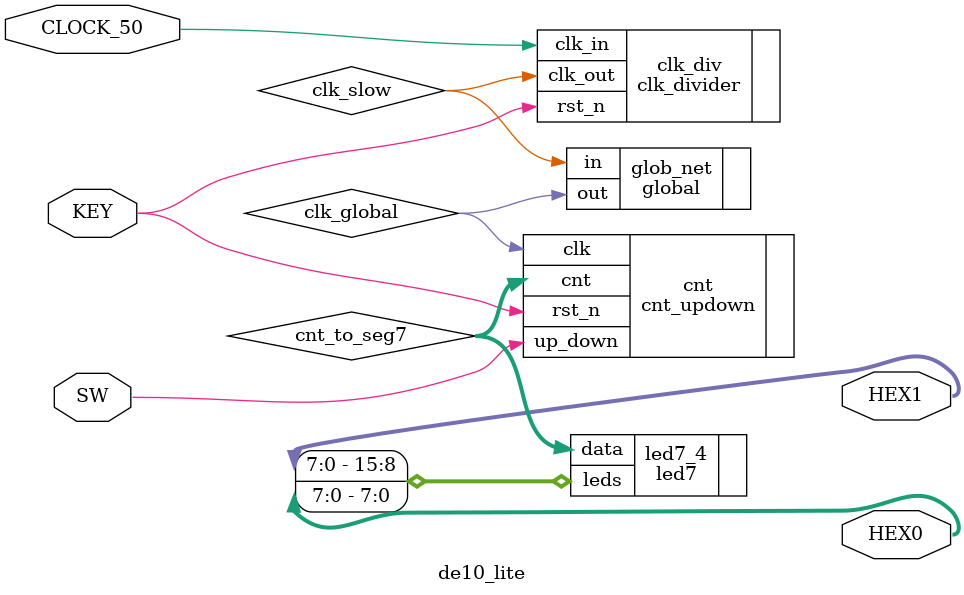
<source format=v>
module de10_lite
(
  input        CLOCK_50,
  input [0:0]  KEY,
  input  [0:0] SW,
  output [7:0] HEX1,
  output [7:0] HEX0
);

   localparam CNT_W = 8;
   
   wire               clk_slow;
   wire               clk_global;
   wire [CNT_W - 1:0] cnt_to_seg7;
 
 clk_divider #(.WIDTH(24)) clk_div
  ( 
    .clk_in  ( CLOCK_50 ),
    .rst_n   ( KEY[0]   ),
    .clk_out ( clk_slow )
  );
   
  global glob_net
  (
     .in ( clk_slow   ),
     .out( clk_global )
  );

  cnt_updown #(.WIDTH(CNT_W))
   cnt
     (
      .clk     ( clk_global  ),
      .rst_n   ( KEY[0]      ),
      .up_down ( SW          ),
      .cnt     ( cnt_to_seg7 )
      );
     
  led7 #(.COUNT(2)) led7_4
  (
    .data(cnt_to_seg7),
    .leds({HEX1,HEX0})
  );
  
                          
endmodule

</source>
